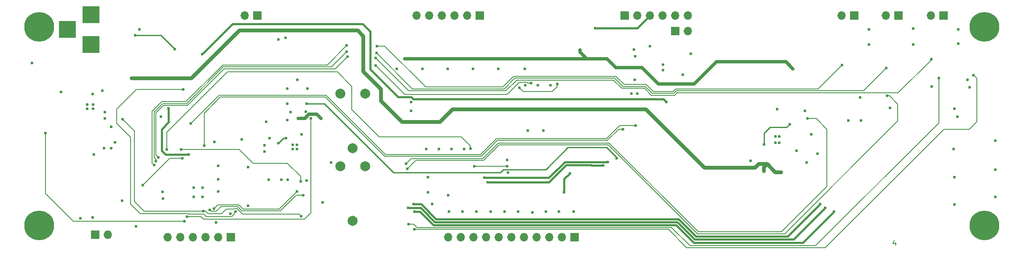
<source format=gbl>
G04 #@! TF.FileFunction,Copper,L4,Bot,Mixed*
%FSLAX46Y46*%
G04 Gerber Fmt 4.6, Leading zero omitted, Abs format (unit mm)*
G04 Created by KiCad (PCBNEW 4.0.5) date Sunday, August 20, 2017 'PMt' 09:04:34 PM*
%MOMM*%
%LPD*%
G01*
G04 APERTURE LIST*
%ADD10C,0.100000*%
%ADD11C,0.150000*%
%ADD12C,6.000000*%
%ADD13C,0.600000*%
%ADD14C,2.000000*%
%ADD15R,3.500000X3.500000*%
%ADD16R,1.700000X1.700000*%
%ADD17O,1.700000X1.700000*%
%ADD18C,0.762000*%
%ADD19C,0.250000*%
%ADD20C,0.635000*%
%ADD21C,0.254000*%
%ADD22C,0.177800*%
%ADD23C,0.381000*%
G04 APERTURE END LIST*
D10*
D11*
X215868477Y-112011714D02*
X215868477Y-112678381D01*
X215630381Y-111630762D02*
X215392286Y-112345048D01*
X216011334Y-112345048D01*
D12*
X233760000Y-68627000D03*
D13*
X231510000Y-68627000D03*
X232169010Y-67036010D03*
X233760000Y-66377000D03*
X235350990Y-67036010D03*
X236010000Y-68627000D03*
X235350990Y-70217990D03*
X233760000Y-70877000D03*
X232169010Y-70217990D03*
D14*
X106730800Y-93091000D03*
X104230800Y-82091000D03*
X109230800Y-82091000D03*
X106730800Y-107735000D03*
X104230800Y-96735000D03*
X109230800Y-96735000D03*
D15*
X54143000Y-72150000D03*
X54143000Y-66150000D03*
X49443000Y-69150000D03*
D16*
X82296000Y-110998000D03*
D17*
X79756000Y-110998000D03*
X77216000Y-110998000D03*
X74676000Y-110998000D03*
X72136000Y-110998000D03*
X69596000Y-110998000D03*
D16*
X87630000Y-66294000D03*
D17*
X85090000Y-66294000D03*
D16*
X225488500Y-66294000D03*
D17*
X222948500Y-66294000D03*
D16*
X216471500Y-66294000D03*
D17*
X213931500Y-66294000D03*
D16*
X207581500Y-66294000D03*
D17*
X205041500Y-66294000D03*
D16*
X151384000Y-110998000D03*
D17*
X148844000Y-110998000D03*
X146304000Y-110998000D03*
X143764000Y-110998000D03*
X141224000Y-110998000D03*
X138684000Y-110998000D03*
X136144000Y-110998000D03*
X133604000Y-110998000D03*
X131064000Y-110998000D03*
X128524000Y-110998000D03*
X125984000Y-110998000D03*
D16*
X132334000Y-66294000D03*
D17*
X129794000Y-66294000D03*
X127254000Y-66294000D03*
X124714000Y-66294000D03*
X122174000Y-66294000D03*
X119634000Y-66294000D03*
D16*
X161417000Y-66294000D03*
D17*
X163957000Y-66294000D03*
X166497000Y-66294000D03*
X169037000Y-66294000D03*
X171577000Y-66294000D03*
X174117000Y-66294000D03*
D16*
X54991000Y-110490000D03*
D17*
X57531000Y-110490000D03*
D16*
X171577000Y-69469000D03*
D17*
X174117000Y-69469000D03*
D12*
X43760000Y-68627000D03*
D13*
X41510000Y-68627000D03*
X42169010Y-67036010D03*
X43760000Y-66377000D03*
X45350990Y-67036010D03*
X46010000Y-68627000D03*
X45350990Y-70217990D03*
X43760000Y-70877000D03*
X42169010Y-70217990D03*
D12*
X43760000Y-108627000D03*
D13*
X41510000Y-108627000D03*
X42169010Y-107036010D03*
X43760000Y-106377000D03*
X45350990Y-107036010D03*
X46010000Y-108627000D03*
X45350990Y-110217990D03*
X43760000Y-110877000D03*
X42169010Y-110217990D03*
D12*
X233760000Y-108627000D03*
D13*
X231510000Y-108627000D03*
X232169010Y-107036010D03*
X233760000Y-106377000D03*
X235350990Y-107036010D03*
X236010000Y-108627000D03*
X235350990Y-110217990D03*
X233760000Y-110877000D03*
X232169010Y-110217990D03*
X151162000Y-105876000D03*
X148241000Y-105876000D03*
X145574000Y-105876000D03*
X142907000Y-106003000D03*
X139986000Y-105876000D03*
X137319000Y-105876000D03*
X134525000Y-105876000D03*
X131604000Y-105876000D03*
X128810000Y-105876000D03*
X126143000Y-105876000D03*
X122714000Y-104352000D03*
X93250000Y-70824000D03*
X48165000Y-81746000D03*
X223171000Y-80603000D03*
X214735500Y-84984500D03*
X200184000Y-94192000D03*
X198025000Y-95970000D03*
X56928000Y-87080000D03*
X58198000Y-88731000D03*
X56420000Y-81492000D03*
X53355000Y-85096500D03*
X54595000Y-85096500D03*
X54595000Y-84321500D03*
X53355000Y-84321500D03*
X198914000Y-90255000D03*
X197644000Y-85556000D03*
X192056000Y-85175000D03*
X186722000Y-95589000D03*
X206407000Y-87461000D03*
X121875800Y-98891000D03*
X137776200Y-95487400D03*
X137979400Y-98027400D03*
X63913000Y-69122200D03*
X141383000Y-77047000D03*
X136049000Y-77047000D03*
X130969000Y-77047000D03*
X125889000Y-77047000D03*
X120809000Y-77047000D03*
X115602000Y-77047000D03*
X145066000Y-89493000D03*
X118523000Y-85556000D03*
X95631000Y-79248000D03*
X97663000Y-81026000D03*
X93599000Y-81026000D03*
X126619000Y-93218000D03*
X124079000Y-93218000D03*
X121539000Y-93218000D03*
X68580000Y-101854000D03*
X63246000Y-108839000D03*
X78994000Y-91821000D03*
X89027000Y-93726000D03*
X90043000Y-91059000D03*
X93599000Y-87376000D03*
X192475000Y-90756500D03*
X191700000Y-90756500D03*
X191700000Y-91996500D03*
X192475000Y-91996500D03*
X195961000Y-93599000D03*
X208788000Y-82804000D03*
X228473000Y-69088000D03*
X219456000Y-68961000D03*
X210566000Y-69088000D03*
X163322000Y-73152000D03*
X166497000Y-72517000D03*
X174752000Y-74041000D03*
X163449000Y-79248000D03*
X169164000Y-77343000D03*
X163957000Y-82042000D03*
X162814000Y-82042000D03*
X93726000Y-99441000D03*
X92456000Y-99441000D03*
X89916000Y-99441000D03*
X82169000Y-106299000D03*
X85725000Y-104648000D03*
X85725000Y-96901000D03*
X79756000Y-96647000D03*
X76592000Y-102881000D03*
X74792000Y-102881000D03*
X74792000Y-101081000D03*
X76592000Y-101081000D03*
X94673000Y-93287000D03*
X95573000Y-93287000D03*
X95573000Y-92387000D03*
X94673000Y-92387000D03*
X42274000Y-75910000D03*
X52070000Y-107188000D03*
X228346000Y-86741000D03*
X230759000Y-80772000D03*
X227584000Y-93218000D03*
X227711000Y-98933000D03*
X227711000Y-104394000D03*
X144018000Y-80391000D03*
X146558000Y-80391000D03*
X63024000Y-70316000D03*
X71025000Y-73110000D03*
X62262000Y-78952000D03*
X63532000Y-78952000D03*
X64802000Y-78952000D03*
X192818000Y-97875000D03*
X190024000Y-96224000D03*
X189389000Y-97621000D03*
X58198000Y-93049000D03*
X58960000Y-91906000D03*
X54769000Y-94319000D03*
X56801000Y-93049000D03*
X54515000Y-82127000D03*
X56928000Y-85810000D03*
X100692200Y-103971000D03*
X121875800Y-101939000D03*
X125939800Y-102599400D03*
X118523000Y-83778000D03*
X89408000Y-87757000D03*
X100362000Y-87080000D03*
X95790000Y-87080000D03*
X102394000Y-95970000D03*
X91821000Y-71120000D03*
X141478000Y-80391000D03*
X141986000Y-89535000D03*
X129159000Y-93218000D03*
X208915000Y-87503000D03*
X228473000Y-72009000D03*
X219456000Y-72136000D03*
X210566000Y-72136000D03*
X173101000Y-78232000D03*
X163576000Y-74549000D03*
X169164000Y-76200000D03*
X54483000Y-107061000D03*
X60452000Y-103632000D03*
X235966000Y-91567000D03*
X235966000Y-97409000D03*
X235966000Y-102870000D03*
X230378000Y-79248000D03*
X227711000Y-85090000D03*
X195231000Y-77047000D03*
X152432000Y-73237000D03*
X142907000Y-75015000D03*
X137725400Y-75015000D03*
X132797800Y-75015000D03*
X127717800Y-75015000D03*
X122485400Y-75015000D03*
X117202200Y-75015000D03*
X159798000Y-95081000D03*
X68231000Y-86699000D03*
X79748877Y-101802726D03*
X79280000Y-108035000D03*
X84436200Y-91271000D03*
X97293966Y-85749996D03*
X94266000Y-85810000D03*
X68612000Y-103209000D03*
X79756000Y-99314000D03*
X96520000Y-90297000D03*
X97536000Y-99568000D03*
X93599000Y-84074000D03*
X97536000Y-84074000D03*
X89027000Y-92456000D03*
X44990000Y-90001000D03*
X72930000Y-107781000D03*
X64548000Y-100542000D03*
X72549000Y-95081000D03*
X155454600Y-68868200D03*
X231553000Y-78317000D03*
X119158000Y-109432000D03*
X72676000Y-81238000D03*
X83217000Y-105876000D03*
X224568000Y-78952000D03*
X118015000Y-108416000D03*
X96425000Y-106765000D03*
X60484000Y-87207000D03*
X76740000Y-105749000D03*
X198152000Y-87080000D03*
X117507000Y-96224000D03*
X95536000Y-101812000D03*
X78899000Y-105241000D03*
X194596000Y-88223000D03*
X189458640Y-92349140D03*
X78010000Y-105495000D03*
X214154000Y-82508000D03*
X117761000Y-97240000D03*
X96806000Y-102574000D03*
X69374000Y-93303000D03*
X142653000Y-79968000D03*
X130461000Y-93176000D03*
X111411000Y-76412000D03*
X137827000Y-96732000D03*
X131223000Y-96732000D03*
X147860000Y-80095000D03*
X140240000Y-80857000D03*
X91821000Y-92075000D03*
X93345000Y-91059000D03*
X73438000Y-106892000D03*
X98330000Y-87080000D03*
X96298000Y-99780000D03*
X72295000Y-93303000D03*
X149257000Y-101939000D03*
X150400000Y-98129000D03*
X157131000Y-96533500D03*
X133890000Y-99907000D03*
X158020000Y-95843000D03*
X133255000Y-99018000D03*
X161068000Y-89239000D03*
X76880900Y-92541000D03*
X163608000Y-88477000D03*
X74200000Y-88096000D03*
X200692000Y-104352000D03*
X119031000Y-104352000D03*
X201708000Y-105114000D03*
X117888000Y-105114000D03*
X203486000Y-105876000D03*
X119158000Y-105876000D03*
X223044000Y-75142000D03*
X111411000Y-74888000D03*
X105696000Y-74634000D03*
X67723000Y-94954000D03*
X214027000Y-76920000D03*
X111538000Y-73872000D03*
X105569000Y-73618000D03*
X67215000Y-95716000D03*
X205137000Y-76285000D03*
X111665000Y-72475000D03*
X105569000Y-72348000D03*
X66834000Y-96478000D03*
X73819000Y-94319000D03*
X69755000Y-85048000D03*
X76486000Y-74126000D03*
X169831000Y-83778000D03*
D18*
X190024000Y-96224000D02*
X188373000Y-96224000D01*
X188373000Y-96224000D02*
X187611000Y-96986000D01*
X177451000Y-96986000D02*
X165640000Y-85175000D01*
X112427000Y-81111000D02*
X108871000Y-77555000D01*
X187611000Y-96986000D02*
X177451000Y-96986000D01*
X165640000Y-85175000D02*
X126778000Y-85175000D01*
X126778000Y-85175000D02*
X124238000Y-87715000D01*
X124238000Y-87715000D02*
X116618000Y-87715000D01*
X73946000Y-78952000D02*
X64802000Y-78952000D01*
X116618000Y-87715000D02*
X112427000Y-83524000D01*
X112427000Y-83524000D02*
X112427000Y-81111000D01*
X108871000Y-77555000D02*
X108871000Y-70443000D01*
X108871000Y-70443000D02*
X107728000Y-69300000D01*
X74327000Y-78952000D02*
X73946000Y-78952000D01*
X107728000Y-69300000D02*
X83979000Y-69300000D01*
X83979000Y-69300000D02*
X74327000Y-78952000D01*
D19*
X71025000Y-73110000D02*
X68231000Y-70316000D01*
X68231000Y-70316000D02*
X63024000Y-70316000D01*
D18*
X63532000Y-78952000D02*
X62262000Y-78952000D01*
X64802000Y-78952000D02*
X63532000Y-78952000D01*
X189389000Y-97621000D02*
X189389000Y-96859000D01*
X189389000Y-96859000D02*
X190024000Y-96224000D01*
X192818000Y-97875000D02*
X191675000Y-97875000D01*
X191675000Y-97875000D02*
X190024000Y-96224000D01*
D20*
X100062001Y-86780001D02*
X100362000Y-87080000D01*
X99544498Y-86262498D02*
X100062001Y-86780001D01*
X97937598Y-86262498D02*
X99544498Y-86262498D01*
X97120096Y-87080000D02*
X97937598Y-86262498D01*
X95790000Y-87080000D02*
X97120096Y-87080000D01*
X179864000Y-75650000D02*
X193834000Y-75650000D01*
X193834000Y-75650000D02*
X195231000Y-77047000D01*
X142907000Y-75015000D02*
X154972000Y-75015000D01*
X154972000Y-75015000D02*
X157893000Y-75015000D01*
X152432000Y-73237000D02*
X152432000Y-73661264D01*
X152432000Y-73661264D02*
X153785736Y-75015000D01*
X153785736Y-75015000D02*
X154972000Y-75015000D01*
X175419000Y-80095000D02*
X179864000Y-75650000D01*
X168180000Y-80095000D02*
X175419000Y-80095000D01*
X167672000Y-79587000D02*
X168180000Y-80095000D01*
X164878000Y-76793000D02*
X167672000Y-79587000D01*
X159671000Y-76793000D02*
X164878000Y-76793000D01*
X157893000Y-75015000D02*
X159671000Y-76793000D01*
X137725400Y-75015000D02*
X142907000Y-75015000D01*
X132797800Y-75015000D02*
X137725400Y-75015000D01*
X127717800Y-75015000D02*
X132797800Y-75015000D01*
X122485400Y-75015000D02*
X127717800Y-75015000D01*
X117202200Y-75015000D02*
X122485400Y-75015000D01*
D21*
X157766000Y-92922000D02*
X159798000Y-94954000D01*
X159798000Y-94954000D02*
X159798000Y-95081000D01*
X150019000Y-92922000D02*
X157766000Y-92922000D01*
X145574000Y-97367000D02*
X150019000Y-92922000D01*
X137065000Y-97367000D02*
X145574000Y-97367000D01*
X136430000Y-98002000D02*
X137065000Y-97367000D01*
X114967000Y-98002000D02*
X136430000Y-98002000D01*
X101039000Y-84074000D02*
X114967000Y-98002000D01*
X97536000Y-84074000D02*
X101039000Y-84074000D01*
D22*
X49943000Y-107146000D02*
X44990000Y-102193000D01*
X44990000Y-102193000D02*
X44990000Y-90001000D01*
X50578000Y-107781000D02*
X49943000Y-107146000D01*
X72930000Y-107781000D02*
X50578000Y-107781000D01*
X72549000Y-95081000D02*
X70009000Y-95081000D01*
X70009000Y-95081000D02*
X64548000Y-100542000D01*
D23*
X155454600Y-68868200D02*
X163922800Y-68868200D01*
X163922800Y-68868200D02*
X166497000Y-66294000D01*
D22*
X72676000Y-81238000D02*
X63278000Y-81238000D01*
X63278000Y-81238000D02*
X59341000Y-85175000D01*
X59341000Y-85175000D02*
X59341000Y-88096000D01*
X59341000Y-88096000D02*
X62135000Y-90890000D01*
X62135000Y-90890000D02*
X62135000Y-104352000D01*
X62135000Y-104352000D02*
X64086099Y-106303099D01*
X64086099Y-106303099D02*
X73720673Y-106303099D01*
X73720673Y-106303099D02*
X73801574Y-106384000D01*
X73801574Y-106384000D02*
X76867000Y-106384000D01*
X76867000Y-106384000D02*
X77375000Y-106892000D01*
X77375000Y-106892000D02*
X82447574Y-106892000D01*
X82447574Y-106892000D02*
X82917001Y-106422573D01*
X82917001Y-106422573D02*
X82917001Y-106175999D01*
X82917001Y-106175999D02*
X83217000Y-105876000D01*
X232188000Y-87715000D02*
X232188000Y-78952000D01*
X232188000Y-78952000D02*
X231553000Y-78317000D01*
X230664000Y-89239000D02*
X232188000Y-87715000D01*
X225584000Y-89239000D02*
X230664000Y-89239000D01*
X201708000Y-113115000D02*
X225584000Y-89239000D01*
X173895000Y-113115000D02*
X201708000Y-113115000D01*
X170212000Y-109432000D02*
X173895000Y-113115000D01*
X119158000Y-109432000D02*
X170212000Y-109432000D01*
X224568000Y-87969000D02*
X224568000Y-78952000D01*
X223552000Y-88985000D02*
X224568000Y-87969000D01*
X199803000Y-112734000D02*
X223552000Y-88985000D01*
X174530000Y-112734000D02*
X199803000Y-112734000D01*
X170847000Y-109051000D02*
X174530000Y-112734000D01*
X130842000Y-109051000D02*
X170847000Y-109051000D01*
X119648574Y-109051000D02*
X130842000Y-109051000D01*
X118015000Y-108416000D02*
X119013574Y-108416000D01*
X119013574Y-108416000D02*
X119648574Y-109051000D01*
X84587696Y-106384000D02*
X96044000Y-106384000D01*
X96044000Y-106384000D02*
X96425000Y-106765000D01*
X82853426Y-105368000D02*
X82934327Y-105287099D01*
X83490795Y-105287099D02*
X84587696Y-106384000D01*
X82934327Y-105287099D02*
X83490795Y-105287099D01*
X80423000Y-106257000D02*
X81312000Y-105368000D01*
X81312000Y-105368000D02*
X82853426Y-105368000D01*
X79661000Y-106257000D02*
X80423000Y-106257000D01*
X77672264Y-106257000D02*
X79661000Y-106257000D01*
X76740000Y-105749000D02*
X77164264Y-105749000D01*
X77164264Y-105749000D02*
X77672264Y-106257000D01*
X62897000Y-103844000D02*
X62897000Y-89620000D01*
X62897000Y-89620000D02*
X60484000Y-87207000D01*
X64802000Y-105749000D02*
X62897000Y-103844000D01*
X76740000Y-105749000D02*
X64802000Y-105749000D01*
X202089000Y-96605000D02*
X202089000Y-96478000D01*
X202089000Y-96478000D02*
X202089000Y-89239000D01*
X192941810Y-109943190D02*
X202089000Y-100796000D01*
X202089000Y-100796000D02*
X202089000Y-96478000D01*
X176210494Y-109943190D02*
X192941810Y-109943190D01*
X158303495Y-92036191D02*
X176210494Y-109943190D01*
X136049000Y-92033000D02*
X139224000Y-92033000D01*
X139224000Y-92033000D02*
X139227190Y-92036190D01*
X139227190Y-92036190D02*
X158303495Y-92036191D01*
X202089000Y-89239000D02*
X199930000Y-87080000D01*
X199930000Y-87080000D02*
X198152000Y-87080000D01*
X132874000Y-95208000D02*
X136049000Y-92033000D01*
X118523000Y-95208000D02*
X132874000Y-95208000D01*
X117507000Y-96224000D02*
X118523000Y-95208000D01*
X84741000Y-105368000D02*
X91980000Y-105368000D01*
X91980000Y-105368000D02*
X95536000Y-101812000D01*
X83852000Y-104479000D02*
X84741000Y-105368000D01*
X79661000Y-104479000D02*
X83852000Y-104479000D01*
X78899000Y-105241000D02*
X79661000Y-104479000D01*
D21*
X190659000Y-88858000D02*
X193961000Y-88858000D01*
X193961000Y-88858000D02*
X194596000Y-88223000D01*
X189458640Y-90058360D02*
X190659000Y-88858000D01*
X189458640Y-92349140D02*
X189458640Y-90058360D01*
D22*
X78010000Y-105495000D02*
X78345001Y-105830001D01*
X95409000Y-102574000D02*
X96806000Y-102574000D01*
X78345001Y-105830001D02*
X79325999Y-105830001D01*
X80296000Y-104860000D02*
X83598000Y-104860000D01*
X92237190Y-105745810D02*
X95409000Y-102574000D01*
X79325999Y-105830001D02*
X80296000Y-104860000D01*
X83598000Y-104860000D02*
X84483810Y-105745810D01*
X84483810Y-105745810D02*
X92237190Y-105745810D01*
X216313000Y-84159000D02*
X214662000Y-82508000D01*
X214662000Y-82508000D02*
X214154000Y-82508000D01*
X216313000Y-87588000D02*
X216313000Y-84159000D01*
X193580000Y-110321000D02*
X216313000Y-87588000D01*
X176054000Y-110321000D02*
X193580000Y-110321000D01*
X158147000Y-92414000D02*
X176054000Y-110321000D01*
X156750000Y-92414000D02*
X158147000Y-92414000D01*
X136202304Y-92414000D02*
X156750000Y-92414000D01*
X133030495Y-95585809D02*
X136202304Y-92414000D01*
X120805810Y-95585810D02*
X120805811Y-95585809D01*
X120805811Y-95585809D02*
X133030495Y-95585809D01*
X117761000Y-97240000D02*
X119415190Y-95585810D01*
X119415190Y-95585810D02*
X120805810Y-95585810D01*
X142653000Y-79968000D02*
X141926574Y-79968000D01*
X141760673Y-79802099D02*
X140278901Y-79802099D01*
X141926574Y-79968000D02*
X141760673Y-79802099D01*
X140278901Y-79802099D02*
X137827000Y-82254000D01*
X137827000Y-82254000D02*
X117253000Y-82254000D01*
X117253000Y-82254000D02*
X111411000Y-76412000D01*
X81566000Y-77682000D02*
X69374000Y-89874000D01*
X69374000Y-89874000D02*
X69374000Y-93303000D01*
X103664000Y-77682000D02*
X81566000Y-77682000D01*
X106585000Y-80603000D02*
X103664000Y-77682000D01*
X106585000Y-85302000D02*
X106585000Y-80603000D01*
X112046000Y-90763000D02*
X106585000Y-85302000D01*
X120428000Y-90763000D02*
X112046000Y-90763000D01*
X128556000Y-90763000D02*
X130461000Y-92668000D01*
X130461000Y-92668000D02*
X130461000Y-93176000D01*
X120428000Y-90763000D02*
X128556000Y-90763000D01*
X131223000Y-96732000D02*
X137827000Y-96732000D01*
X146844000Y-81619000D02*
X147860000Y-80603000D01*
X147860000Y-80603000D02*
X147860000Y-80095000D01*
X141002000Y-81619000D02*
X146844000Y-81619000D01*
X140240000Y-80857000D02*
X141002000Y-81619000D01*
D19*
X93345000Y-91059000D02*
X92837000Y-91059000D01*
X92837000Y-91059000D02*
X91821000Y-92075000D01*
D22*
X73438000Y-106892000D02*
X76232000Y-106892000D01*
X97060000Y-107400000D02*
X98330000Y-106130000D01*
X98330000Y-106130000D02*
X98330000Y-87504264D01*
X98330000Y-87504264D02*
X98330000Y-87080000D01*
X76232000Y-106892000D02*
X76740000Y-107400000D01*
X76740000Y-107400000D02*
X97060000Y-107400000D01*
X93631000Y-96097000D02*
X96298000Y-98764000D01*
X96298000Y-98764000D02*
X96298000Y-99780000D01*
X86773000Y-96097000D02*
X93631000Y-96097000D01*
X83979000Y-93303000D02*
X86773000Y-96097000D01*
X72295000Y-93303000D02*
X83979000Y-93303000D01*
D23*
X150400000Y-98129000D02*
X149257000Y-99272000D01*
X149257000Y-99272000D02*
X149257000Y-101939000D01*
X157131000Y-96533500D02*
X154773500Y-96533500D01*
X154773500Y-96533500D02*
X154718000Y-96478000D01*
X149638000Y-96478000D02*
X154718000Y-96478000D01*
X146209000Y-99907000D02*
X149638000Y-96478000D01*
X133890000Y-99907000D02*
X146209000Y-99907000D01*
X158020000Y-95843000D02*
X149384000Y-95843000D01*
X149384000Y-95843000D02*
X146209000Y-99018000D01*
X146209000Y-99018000D02*
X134525000Y-99018000D01*
X134525000Y-99018000D02*
X133255000Y-99018000D01*
D22*
X157922495Y-91521809D02*
X160205304Y-89239000D01*
X160205304Y-89239000D02*
X161068000Y-89239000D01*
X135824494Y-91521810D02*
X157922495Y-91521809D01*
X132649495Y-94696809D02*
X135824494Y-91521810D01*
X113159506Y-94696810D02*
X132649495Y-94696809D01*
X111715348Y-93252652D02*
X113159506Y-94696810D01*
X101224696Y-82762000D02*
X111715348Y-93252652D01*
X80169000Y-82762000D02*
X101224696Y-82762000D01*
X79410190Y-83520810D02*
X80169000Y-82762000D01*
X79410190Y-83520810D02*
X79413380Y-83524000D01*
X76880900Y-86050100D02*
X79410190Y-83520810D01*
X76880900Y-92541000D02*
X76880900Y-86050100D01*
X157766000Y-91144000D02*
X160433000Y-88477000D01*
X160433000Y-88477000D02*
X163608000Y-88477000D01*
X74200000Y-88096000D02*
X79915000Y-82381000D01*
X135668000Y-91144000D02*
X157766000Y-91144000D01*
X79915000Y-82381000D02*
X101378000Y-82381000D01*
X113316000Y-94319000D02*
X132493000Y-94319000D01*
X101378000Y-82381000D02*
X113316000Y-94319000D01*
X132493000Y-94319000D02*
X135668000Y-91144000D01*
D23*
X119031000Y-104352000D02*
X120487672Y-104352000D01*
X120487672Y-104352000D02*
X123516652Y-107380980D01*
X194161010Y-110882990D02*
X200692000Y-104352000D01*
X123516652Y-107380980D02*
X172217325Y-107380981D01*
X172217325Y-107380981D02*
X175719334Y-110882990D01*
X175719334Y-110882990D02*
X194161010Y-110882990D01*
X123275990Y-107961990D02*
X120428000Y-105114000D01*
X120428000Y-105114000D02*
X117888000Y-105114000D01*
X171976662Y-107961990D02*
X123275990Y-107961990D01*
X175478672Y-111464000D02*
X171976662Y-107961990D01*
X195358000Y-111464000D02*
X175478672Y-111464000D01*
X201708000Y-105114000D02*
X195358000Y-111464000D01*
X175292000Y-112099000D02*
X197263000Y-112099000D01*
X197263000Y-112099000D02*
X203486000Y-105876000D01*
X171736000Y-108543000D02*
X175292000Y-112099000D01*
X122968000Y-108543000D02*
X171736000Y-108543000D01*
X120301000Y-105876000D02*
X122968000Y-108543000D01*
X119158000Y-105876000D02*
X120301000Y-105876000D01*
D22*
X111411000Y-74888000D02*
X118015000Y-81492000D01*
X166783000Y-82381000D02*
X171482000Y-82381000D01*
X118015000Y-81492000D02*
X137573000Y-81492000D01*
X137573000Y-81492000D02*
X139732000Y-79333000D01*
X216393901Y-81919099D02*
X223044000Y-75269000D01*
X139732000Y-79333000D02*
X159163000Y-79333000D01*
X159163000Y-79333000D02*
X160839410Y-81009410D01*
X160839410Y-81009410D02*
X165411410Y-81009410D01*
X165411410Y-81009410D02*
X166783000Y-82381000D01*
X171482000Y-82381000D02*
X171943901Y-81919099D01*
X171943901Y-81919099D02*
X216393901Y-81919099D01*
X223044000Y-75269000D02*
X223044000Y-75142000D01*
X103283000Y-77047000D02*
X105696000Y-74634000D01*
X80931000Y-77047000D02*
X103283000Y-77047000D01*
X73518901Y-84459099D02*
X80931000Y-77047000D01*
X67215000Y-85937000D02*
X68692901Y-84459099D01*
X68692901Y-84459099D02*
X73518901Y-84459099D01*
X67215000Y-94446000D02*
X67215000Y-85937000D01*
X67723000Y-94954000D02*
X67215000Y-94446000D01*
X171836696Y-81492000D02*
X209455000Y-81492000D01*
X209455000Y-81492000D02*
X209937590Y-81009410D01*
X209937590Y-81009410D02*
X214027000Y-76920000D01*
X166939494Y-82003190D02*
X171325506Y-82003190D01*
X171325506Y-82003190D02*
X171836696Y-81492000D01*
X161068000Y-80603000D02*
X165539304Y-80603000D01*
X165539304Y-80603000D02*
X166939494Y-82003190D01*
X159420190Y-78955190D02*
X161068000Y-80603000D01*
X139575506Y-78955190D02*
X159420190Y-78955190D01*
X137188810Y-81114190D02*
X139347810Y-78955190D01*
X139347810Y-78955190D02*
X139575506Y-78955190D01*
X118780190Y-81114190D02*
X137188810Y-81114190D01*
X111538000Y-73872000D02*
X118780190Y-81114190D01*
X80774506Y-76669190D02*
X102517810Y-76669190D01*
X102517810Y-76669190D02*
X105569000Y-73618000D01*
X73362407Y-84081289D02*
X80774506Y-76669190D01*
X68536407Y-84081289D02*
X73362407Y-84081289D01*
X66837191Y-85780505D02*
X68536407Y-84081289D01*
X66834000Y-94910736D02*
X66834000Y-92033000D01*
X66834000Y-92033000D02*
X66837190Y-92029810D01*
X66837190Y-92029810D02*
X66837191Y-85780505D01*
X67215000Y-95716000D02*
X67215000Y-95291736D01*
X67215000Y-95291736D02*
X66834000Y-94910736D01*
X171680202Y-81114190D02*
X200307810Y-81114190D01*
X200307810Y-81114190D02*
X205137000Y-76285000D01*
X167164000Y-81619000D02*
X171175392Y-81619000D01*
X171175392Y-81619000D02*
X171680202Y-81114190D01*
X165770190Y-80225190D02*
X167164000Y-81619000D01*
X161322000Y-80222000D02*
X165132000Y-80222000D01*
X165132000Y-80222000D02*
X165135190Y-80225190D01*
X165135190Y-80225190D02*
X165770190Y-80225190D01*
X159671000Y-78571000D02*
X161322000Y-80222000D01*
X139097000Y-78571000D02*
X159671000Y-78571000D01*
X136931620Y-80736380D02*
X139097000Y-78571000D01*
X121450380Y-80736380D02*
X136931620Y-80736380D01*
X111665000Y-72475000D02*
X113189000Y-72475000D01*
X113189000Y-72475000D02*
X121450380Y-80736380D01*
X80618012Y-76291380D02*
X101625620Y-76291380D01*
X101625620Y-76291380D02*
X105569000Y-72348000D01*
X73205913Y-83703479D02*
X80618012Y-76291380D01*
X68379913Y-83703479D02*
X73205913Y-83703479D01*
X66453000Y-96097000D02*
X66453000Y-85630392D01*
X66453000Y-85630392D02*
X68379913Y-83703479D01*
X66834000Y-96478000D02*
X66453000Y-96097000D01*
D23*
X169831000Y-83778000D02*
X169196000Y-83143000D01*
X169196000Y-83143000D02*
X118909942Y-83143000D01*
X118909942Y-83143000D02*
X118500352Y-82733410D01*
X118500352Y-82733410D02*
X115827410Y-82733410D01*
X115827410Y-82733410D02*
X110268000Y-77174000D01*
X110268000Y-77174000D02*
X110268000Y-69554000D01*
X110268000Y-69554000D02*
X108744000Y-68030000D01*
X82582000Y-68030000D02*
X76486000Y-74126000D01*
X108744000Y-68030000D02*
X82582000Y-68030000D01*
X68358000Y-93557000D02*
X69120000Y-94319000D01*
X69120000Y-94319000D02*
X73819000Y-94319000D01*
X68358000Y-89239000D02*
X68358000Y-93557000D01*
X69755000Y-87842000D02*
X68358000Y-89239000D01*
X69755000Y-85048000D02*
X69755000Y-87842000D01*
M02*

</source>
